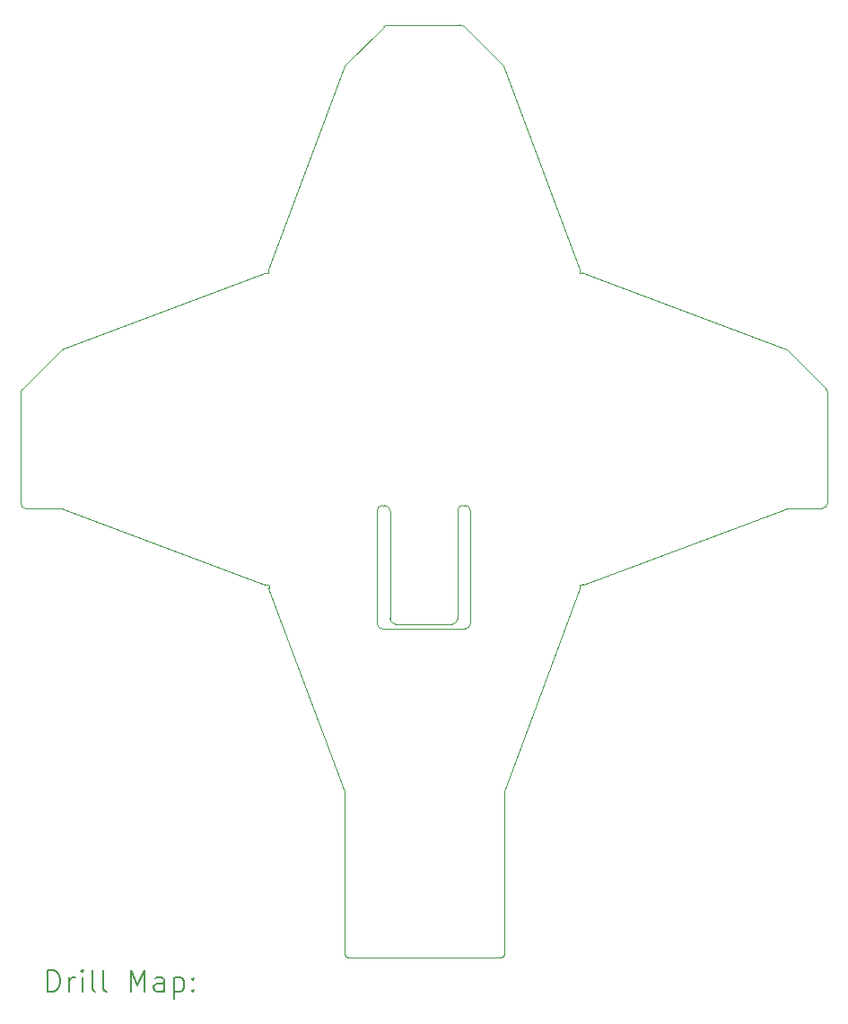
<source format=gbr>
%TF.GenerationSoftware,KiCad,Pcbnew,9.0.3*%
%TF.CreationDate,2025-08-05T11:28:11+01:00*%
%TF.ProjectId,Badge ESC 2025,42616467-6520-4455-9343-20323032352e,rev?*%
%TF.SameCoordinates,Original*%
%TF.FileFunction,Drillmap*%
%TF.FilePolarity,Positive*%
%FSLAX45Y45*%
G04 Gerber Fmt 4.5, Leading zero omitted, Abs format (unit mm)*
G04 Created by KiCad (PCBNEW 9.0.3) date 2025-08-05 11:28:11*
%MOMM*%
%LPD*%
G01*
G04 APERTURE LIST*
%ADD10C,0.100000*%
%ADD11C,0.050000*%
%ADD12C,0.200000*%
G04 APERTURE END LIST*
D10*
X15106746Y-8175107D02*
G75*
G02*
X15111461Y-8174451I2964J-4033D01*
G01*
D11*
X13164000Y-10416000D02*
G75*
G02*
X13214000Y-10366000I50000J0D01*
G01*
X13994000Y-10365000D02*
G75*
G02*
X14044000Y-10415000I0J-50000D01*
G01*
D10*
X15076608Y-8173100D02*
X15078860Y-8174588D01*
X12141042Y-11116103D02*
X12139468Y-11113779D01*
X10205942Y-8888282D02*
X10185790Y-8899263D01*
D11*
X13164000Y-10815000D02*
X13164000Y-10416000D01*
D10*
X12141588Y-11118823D02*
X12141042Y-11116103D01*
X10206901Y-10402904D02*
X12104614Y-11112430D01*
D11*
X14044000Y-11479000D02*
G75*
G02*
X13994000Y-11529000I-50000J0D01*
G01*
X13874000Y-11483000D02*
X13335000Y-11483000D01*
D10*
X12137214Y-11112292D02*
X12134512Y-11111756D01*
X17399514Y-9264409D02*
X17029340Y-8894929D01*
D11*
X13235000Y-10366000D02*
G75*
G02*
X13285000Y-10416000I0J-50000D01*
G01*
X13295000Y-11529000D02*
X13295000Y-11530000D01*
D10*
X12109330Y-11111772D02*
G75*
G02*
X12104616Y-11112426I-2960J4022D01*
G01*
X15113321Y-11110524D02*
X17010133Y-10398595D01*
X9801452Y-9304586D02*
G75*
G02*
X9816083Y-9269209I49998J36D01*
G01*
X12139186Y-8172617D02*
X12139720Y-8169915D01*
X12909728Y-14630920D02*
X12909293Y-14630919D01*
X12908858Y-14630916D01*
X12908428Y-14630911D01*
X12907999Y-14630905D01*
X12907574Y-14630896D01*
X12907150Y-14630885D01*
X12906731Y-14630873D01*
X12906312Y-14630858D01*
X12905898Y-14630842D01*
X12905484Y-14630823D01*
X12905076Y-14630803D01*
X12904667Y-14630781D01*
X12904264Y-14630757D01*
X12903860Y-14630731D01*
X12903462Y-14630703D01*
X12903063Y-14630673D01*
X12902670Y-14630642D01*
X12902277Y-14630608D01*
X12901888Y-14630573D01*
X12901500Y-14630536D01*
X12901116Y-14630497D01*
X12900733Y-14630457D01*
X12900354Y-14630414D01*
X12899975Y-14630370D01*
X12899601Y-14630325D01*
X12899228Y-14630277D01*
X12898858Y-14630228D01*
X12898489Y-14630177D01*
X12898125Y-14630124D01*
X12897761Y-14630069D01*
X12897401Y-14630013D01*
X12897041Y-14629955D01*
X12896686Y-14629896D01*
X12896331Y-14629835D01*
X12895980Y-14629772D01*
X12895630Y-14629708D01*
X12895283Y-14629642D01*
X12894938Y-14629574D01*
X12894596Y-14629505D01*
X12894254Y-14629434D01*
X12893917Y-14629361D01*
X12893580Y-14629287D01*
X12893247Y-14629212D01*
X12892914Y-14629134D01*
X12892585Y-14629056D01*
X12892257Y-14628975D01*
X12891932Y-14628893D01*
X12891608Y-14628810D01*
X12891288Y-14628725D01*
X12890968Y-14628638D01*
X12890652Y-14628550D01*
X12890336Y-14628460D01*
X12890024Y-14628370D01*
X12889713Y-14628277D01*
X12889405Y-14628183D01*
X12889097Y-14628087D01*
X12888793Y-14627990D01*
X12888490Y-14627892D01*
X12888190Y-14627792D01*
X12887891Y-14627690D01*
X12887594Y-14627588D01*
X12887299Y-14627483D01*
X12887007Y-14627377D01*
X12886715Y-14627270D01*
X12886481Y-14627182D01*
X12102756Y-8176354D02*
X10205942Y-8888282D01*
X14361741Y-13059984D02*
X15077028Y-11146863D01*
X13229007Y-5851964D02*
X12859527Y-6222138D01*
X12139705Y-8144733D02*
G75*
G02*
X12139049Y-8140015I4025J2963D01*
G01*
D11*
X13974000Y-10365000D02*
X13994000Y-10365000D01*
X14044000Y-10814000D02*
X14044000Y-11479000D01*
D10*
X15078377Y-11112009D02*
X15076889Y-11114262D01*
D11*
X13164000Y-11480000D02*
X13164000Y-10815000D01*
D10*
X17399514Y-9264409D02*
G75*
G02*
X17414192Y-9299766I-35304J-35381D01*
G01*
X12141588Y-11118823D02*
X12141603Y-11144005D01*
X13946889Y-5836853D02*
X13264364Y-5837286D01*
X15076889Y-11114262D02*
X15076355Y-11116964D01*
X15113321Y-11110524D02*
G75*
G02*
X15108605Y-11109872I-1761J4644D01*
G01*
X12132654Y-8176989D02*
X12135373Y-8176443D01*
X9801452Y-9304586D02*
X9802113Y-10347390D01*
X15075123Y-8138156D02*
G75*
G02*
X15074471Y-8142872I-4694J-1754D01*
G01*
X14339229Y-14624918D02*
X14327159Y-14628752D01*
X14350874Y-14616566D02*
X14350502Y-14616956D01*
X14350124Y-14617340D01*
X14349741Y-14617718D01*
X14349351Y-14618090D01*
X14348956Y-14618457D01*
X14348556Y-14618819D01*
X14348149Y-14619175D01*
X14347737Y-14619525D01*
X14347319Y-14619870D01*
X14346895Y-14620209D01*
X14346465Y-14620543D01*
X14346029Y-14620872D01*
X14345587Y-14621195D01*
X14345139Y-14621512D01*
X14344684Y-14621825D01*
X14344224Y-14622132D01*
X14343757Y-14622433D01*
X14343283Y-14622729D01*
X14342804Y-14623020D01*
X14342317Y-14623305D01*
X14341824Y-14623585D01*
X14341325Y-14623860D01*
X14340818Y-14624129D01*
X14340305Y-14624393D01*
X14339785Y-14624651D01*
X14339259Y-14624904D01*
X14339229Y-14624918D01*
X12140952Y-11148721D02*
G75*
G02*
X12141605Y-11144007I4698J1751D01*
G01*
X12135373Y-8176443D02*
X12137697Y-8174871D01*
X15076371Y-11142147D02*
X15076355Y-11116964D01*
X17414852Y-10342569D02*
G75*
G02*
X17364883Y-10392602I-49992J-41D01*
G01*
D11*
X13924000Y-11433000D02*
G75*
G02*
X13874000Y-11483000I-50000J0D01*
G01*
D10*
X17030288Y-10392812D02*
X17364883Y-10392600D01*
X14362777Y-14580000D02*
X14361741Y-13059984D01*
X15106746Y-8175107D02*
X15081562Y-8175123D01*
X13946889Y-5836853D02*
G75*
G02*
X13982268Y-5851485I51J-49967D01*
G01*
X14327159Y-14628752D02*
X14312810Y-14630030D01*
X14363194Y-6241344D02*
X14352213Y-6221193D01*
X12858662Y-13060935D02*
X12859697Y-14580000D01*
X12139468Y-11113779D02*
X12137214Y-11112292D01*
D11*
X13924000Y-10415000D02*
G75*
G02*
X13974000Y-10365000I50000J0D01*
G01*
X13335000Y-11483000D02*
G75*
G02*
X13285000Y-11433000I0J50000D01*
G01*
D10*
X9852144Y-10397358D02*
G75*
G02*
X9802112Y-10347390I-44J49988D01*
G01*
X12864809Y-14607370D02*
X12860975Y-14595301D01*
X13229007Y-5851964D02*
G75*
G02*
X13264364Y-5837287I35373J-35286D01*
G01*
X9852144Y-10397358D02*
X10186739Y-10397145D01*
X12860975Y-14595301D02*
X12859697Y-14580951D01*
X12137697Y-8174871D02*
X12139186Y-8172617D01*
D11*
X13924000Y-11433000D02*
X13924000Y-10415000D01*
D10*
X17029340Y-8894929D02*
X17009173Y-8883975D01*
X15083422Y-11109889D02*
X15080701Y-11110435D01*
X15075123Y-8138156D02*
X14363194Y-6241344D01*
X15074488Y-8168057D02*
X15074472Y-8142873D01*
X12102756Y-8176354D02*
G75*
G02*
X12107471Y-8177007I1754J-4686D01*
G01*
X15080701Y-11110435D02*
X15078377Y-11112009D01*
X12873161Y-14619016D02*
X12872772Y-14618644D01*
X12872388Y-14618266D01*
X12872010Y-14617883D01*
X12871638Y-14617494D01*
X12871271Y-14617099D01*
X12870909Y-14616699D01*
X12870554Y-14616293D01*
X12870203Y-14615881D01*
X12869859Y-14615463D01*
X12869519Y-14615039D01*
X12869186Y-14614610D01*
X12868857Y-14614174D01*
X12868534Y-14613732D01*
X12868216Y-14613284D01*
X12867904Y-14612830D01*
X12867598Y-14612369D01*
X12867296Y-14611903D01*
X12867000Y-14611430D01*
X12866710Y-14610950D01*
X12866424Y-14610464D01*
X12866145Y-14609971D01*
X12865870Y-14609472D01*
X12865601Y-14608966D01*
X12865338Y-14608453D01*
X12865080Y-14607934D01*
X12864827Y-14607407D01*
X12864809Y-14607370D01*
D11*
X13214000Y-11530000D02*
G75*
G02*
X13164000Y-11480000I0J50000D01*
G01*
D10*
X10186739Y-10397145D02*
X10206901Y-10402904D01*
X17414852Y-10342569D02*
X17414191Y-9299766D01*
X12859527Y-6222138D02*
X12848573Y-6242303D01*
X15074488Y-8168057D02*
X15075034Y-8170775D01*
X15076371Y-11142147D02*
G75*
G02*
X15077027Y-11146863I-4021J-2963D01*
G01*
X12909728Y-14630920D02*
X14312810Y-14630030D01*
X15075034Y-8170775D02*
X15076608Y-8173100D01*
X10185790Y-8899263D02*
X9816085Y-9269211D01*
X15078860Y-8174588D02*
X15081562Y-8175123D01*
D11*
X13214000Y-10366000D02*
X13235000Y-10366000D01*
X13285000Y-10416000D02*
X13285000Y-11433000D01*
D10*
X12109330Y-11111772D02*
X12134512Y-11111756D01*
X12132654Y-8176989D02*
X12107473Y-8177005D01*
X14352213Y-6221193D02*
X13982266Y-5851487D01*
X12848573Y-6242303D02*
X12139047Y-8140015D01*
X15083422Y-11109889D02*
X15108604Y-11109873D01*
D11*
X14044000Y-10415000D02*
X14044000Y-10814000D01*
X13295000Y-11530000D02*
X13214000Y-11530000D01*
D10*
X12140952Y-11148721D02*
X12858662Y-13060935D01*
X12886481Y-14627182D02*
X12886194Y-14627072D01*
X12885908Y-14626961D01*
X12885625Y-14626848D01*
X12885343Y-14626734D01*
X12885064Y-14626619D01*
X12884785Y-14626502D01*
X12884510Y-14626384D01*
X12884235Y-14626264D01*
X12883963Y-14626143D01*
X12883693Y-14626020D01*
X12883424Y-14625897D01*
X12883157Y-14625771D01*
X12882892Y-14625645D01*
X12882629Y-14625517D01*
X12882367Y-14625388D01*
X12882107Y-14625257D01*
X12881850Y-14625125D01*
X12881593Y-14624991D01*
X12881339Y-14624856D01*
X12881086Y-14624720D01*
X12880835Y-14624583D01*
X12880585Y-14624444D01*
X12880338Y-14624304D01*
X12880091Y-14624162D01*
X12879847Y-14624019D01*
X12879604Y-14623875D01*
X12879363Y-14623729D01*
X12879124Y-14623582D01*
X12878886Y-14623434D01*
X12878650Y-14623284D01*
X12878415Y-14623133D01*
X12878182Y-14622980D01*
X12877951Y-14622827D01*
X12877721Y-14622671D01*
X12877493Y-14622515D01*
X12877266Y-14622357D01*
X12877042Y-14622198D01*
X12876818Y-14622037D01*
X12876596Y-14621876D01*
X12876376Y-14621712D01*
X12876157Y-14621548D01*
X12875939Y-14621382D01*
X12875724Y-14621215D01*
X12875509Y-14621046D01*
X12875297Y-14620876D01*
X12875085Y-14620704D01*
X12874876Y-14620532D01*
X12874667Y-14620357D01*
X12874461Y-14620182D01*
X12874255Y-14620005D01*
X12874052Y-14619827D01*
X12873849Y-14619647D01*
X12873648Y-14619466D01*
X12873449Y-14619283D01*
X12873161Y-14619016D01*
X14359039Y-14603247D02*
X14358929Y-14603534D01*
X14358818Y-14603819D01*
X14358706Y-14604102D01*
X14358592Y-14604384D01*
X14358477Y-14604663D01*
X14358360Y-14604941D01*
X14358242Y-14605216D01*
X14358122Y-14605491D01*
X14358001Y-14605763D01*
X14357879Y-14606033D01*
X14357755Y-14606302D01*
X14357630Y-14606569D01*
X14357503Y-14606833D01*
X14357375Y-14607097D01*
X14357246Y-14607358D01*
X14357115Y-14607618D01*
X14356984Y-14607876D01*
X14356850Y-14608132D01*
X14356716Y-14608386D01*
X14356579Y-14608640D01*
X14356442Y-14608890D01*
X14356303Y-14609140D01*
X14356163Y-14609388D01*
X14356021Y-14609634D01*
X14355879Y-14609878D01*
X14355734Y-14610121D01*
X14355589Y-14610362D01*
X14355442Y-14610601D01*
X14355293Y-14610839D01*
X14355144Y-14611075D01*
X14354993Y-14611310D01*
X14354840Y-14611543D01*
X14354687Y-14611774D01*
X14354531Y-14612004D01*
X14354375Y-14612232D01*
X14354217Y-14612459D01*
X14354058Y-14612683D01*
X14353898Y-14612907D01*
X14353736Y-14613129D01*
X14353573Y-14613349D01*
X14353408Y-14613568D01*
X14353242Y-14613785D01*
X14353075Y-14614001D01*
X14352906Y-14614215D01*
X14352737Y-14614428D01*
X14352565Y-14614639D01*
X14352393Y-14614849D01*
X14352218Y-14615057D01*
X14352043Y-14615264D01*
X14351866Y-14615469D01*
X14351688Y-14615673D01*
X14351508Y-14615875D01*
X14351327Y-14616076D01*
X14351145Y-14616276D01*
X14350874Y-14616566D01*
D11*
X13994000Y-11529000D02*
X13295000Y-11529000D01*
D10*
X17009173Y-8883975D02*
X15111461Y-8174450D01*
X17010133Y-10398595D02*
X17030288Y-10392812D01*
X14362777Y-14580000D02*
X14362776Y-14580436D01*
X14362773Y-14580872D01*
X14362769Y-14581302D01*
X14362762Y-14581733D01*
X14362753Y-14582158D01*
X14362742Y-14582583D01*
X14362730Y-14583002D01*
X14362715Y-14583422D01*
X14362699Y-14583836D01*
X14362680Y-14584251D01*
X14362660Y-14584660D01*
X14362637Y-14585069D01*
X14362613Y-14585472D01*
X14362587Y-14585876D01*
X14362560Y-14586275D01*
X14362530Y-14586674D01*
X14362498Y-14587067D01*
X14362465Y-14587461D01*
X14362430Y-14587849D01*
X14362393Y-14588238D01*
X14362354Y-14588621D01*
X14362313Y-14589005D01*
X14362271Y-14589384D01*
X14362227Y-14589762D01*
X14362181Y-14590136D01*
X14362133Y-14590510D01*
X14362084Y-14590879D01*
X14362033Y-14591248D01*
X14361981Y-14591612D01*
X14361926Y-14591976D01*
X14361870Y-14592336D01*
X14361812Y-14592695D01*
X14361753Y-14593050D01*
X14361692Y-14593405D01*
X14361629Y-14593756D01*
X14361564Y-14594106D01*
X14361499Y-14594452D01*
X14361431Y-14594797D01*
X14361362Y-14595139D01*
X14361291Y-14595480D01*
X14361218Y-14595817D01*
X14361144Y-14596154D01*
X14361069Y-14596486D01*
X14360991Y-14596819D01*
X14360913Y-14597147D01*
X14360832Y-14597475D01*
X14360750Y-14597799D01*
X14360667Y-14598123D01*
X14360582Y-14598443D01*
X14360495Y-14598762D01*
X14360408Y-14599078D01*
X14360318Y-14599393D01*
X14360227Y-14599705D01*
X14360134Y-14600016D01*
X14360041Y-14600324D01*
X14359945Y-14600631D01*
X14359848Y-14600934D01*
X14359749Y-14601237D01*
X14359650Y-14601537D01*
X14359548Y-14601836D01*
X14359446Y-14602131D01*
X14359341Y-14602426D01*
X14359236Y-14602718D01*
X14359128Y-14603009D01*
X14359039Y-14603247D01*
X12139705Y-8144733D02*
X12139720Y-8169915D01*
D12*
X10057228Y-14947403D02*
X10057228Y-14747403D01*
X10057228Y-14747403D02*
X10104847Y-14747403D01*
X10104847Y-14747403D02*
X10133419Y-14756927D01*
X10133419Y-14756927D02*
X10152467Y-14775975D01*
X10152467Y-14775975D02*
X10161990Y-14795022D01*
X10161990Y-14795022D02*
X10171514Y-14833118D01*
X10171514Y-14833118D02*
X10171514Y-14861689D01*
X10171514Y-14861689D02*
X10161990Y-14899784D01*
X10161990Y-14899784D02*
X10152467Y-14918832D01*
X10152467Y-14918832D02*
X10133419Y-14937880D01*
X10133419Y-14937880D02*
X10104847Y-14947403D01*
X10104847Y-14947403D02*
X10057228Y-14947403D01*
X10257228Y-14947403D02*
X10257228Y-14814070D01*
X10257228Y-14852165D02*
X10266752Y-14833118D01*
X10266752Y-14833118D02*
X10276276Y-14823594D01*
X10276276Y-14823594D02*
X10295324Y-14814070D01*
X10295324Y-14814070D02*
X10314371Y-14814070D01*
X10381038Y-14947403D02*
X10381038Y-14814070D01*
X10381038Y-14747403D02*
X10371514Y-14756927D01*
X10371514Y-14756927D02*
X10381038Y-14766451D01*
X10381038Y-14766451D02*
X10390562Y-14756927D01*
X10390562Y-14756927D02*
X10381038Y-14747403D01*
X10381038Y-14747403D02*
X10381038Y-14766451D01*
X10504847Y-14947403D02*
X10485800Y-14937880D01*
X10485800Y-14937880D02*
X10476276Y-14918832D01*
X10476276Y-14918832D02*
X10476276Y-14747403D01*
X10609609Y-14947403D02*
X10590562Y-14937880D01*
X10590562Y-14937880D02*
X10581038Y-14918832D01*
X10581038Y-14918832D02*
X10581038Y-14747403D01*
X10838181Y-14947403D02*
X10838181Y-14747403D01*
X10838181Y-14747403D02*
X10904848Y-14890261D01*
X10904848Y-14890261D02*
X10971514Y-14747403D01*
X10971514Y-14747403D02*
X10971514Y-14947403D01*
X11152467Y-14947403D02*
X11152467Y-14842642D01*
X11152467Y-14842642D02*
X11142943Y-14823594D01*
X11142943Y-14823594D02*
X11123895Y-14814070D01*
X11123895Y-14814070D02*
X11085800Y-14814070D01*
X11085800Y-14814070D02*
X11066752Y-14823594D01*
X11152467Y-14937880D02*
X11133419Y-14947403D01*
X11133419Y-14947403D02*
X11085800Y-14947403D01*
X11085800Y-14947403D02*
X11066752Y-14937880D01*
X11066752Y-14937880D02*
X11057228Y-14918832D01*
X11057228Y-14918832D02*
X11057228Y-14899784D01*
X11057228Y-14899784D02*
X11066752Y-14880737D01*
X11066752Y-14880737D02*
X11085800Y-14871213D01*
X11085800Y-14871213D02*
X11133419Y-14871213D01*
X11133419Y-14871213D02*
X11152467Y-14861689D01*
X11247705Y-14814070D02*
X11247705Y-15014070D01*
X11247705Y-14823594D02*
X11266752Y-14814070D01*
X11266752Y-14814070D02*
X11304847Y-14814070D01*
X11304847Y-14814070D02*
X11323895Y-14823594D01*
X11323895Y-14823594D02*
X11333419Y-14833118D01*
X11333419Y-14833118D02*
X11342943Y-14852165D01*
X11342943Y-14852165D02*
X11342943Y-14909308D01*
X11342943Y-14909308D02*
X11333419Y-14928356D01*
X11333419Y-14928356D02*
X11323895Y-14937880D01*
X11323895Y-14937880D02*
X11304847Y-14947403D01*
X11304847Y-14947403D02*
X11266752Y-14947403D01*
X11266752Y-14947403D02*
X11247705Y-14937880D01*
X11428657Y-14928356D02*
X11438181Y-14937880D01*
X11438181Y-14937880D02*
X11428657Y-14947403D01*
X11428657Y-14947403D02*
X11419133Y-14937880D01*
X11419133Y-14937880D02*
X11428657Y-14928356D01*
X11428657Y-14928356D02*
X11428657Y-14947403D01*
X11428657Y-14823594D02*
X11438181Y-14833118D01*
X11438181Y-14833118D02*
X11428657Y-14842642D01*
X11428657Y-14842642D02*
X11419133Y-14833118D01*
X11419133Y-14833118D02*
X11428657Y-14823594D01*
X11428657Y-14823594D02*
X11428657Y-14842642D01*
M02*

</source>
